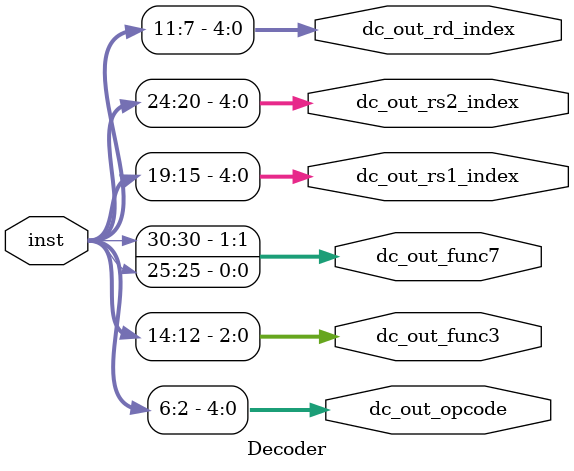
<source format=v>
module Decoder (
input [31:0] inst,
output [4:0] dc_out_opcode,
output [2:0] dc_out_func3,
output [1:0] dc_out_func7,
output [4:0] dc_out_rs1_index,
output [4:0] dc_out_rs2_index,
output [4:0] dc_out_rd_index
);
assign dc_out_opcode = inst[6:2];
assign dc_out_rd_index = inst[11:7];
assign dc_out_func3 = inst[14:12];
assign dc_out_rs1_index = inst[19:15];
assign dc_out_rs2_index = inst[24:20];
assign dc_out_func7 = {inst[30],inst[25]};
endmodule
</source>
